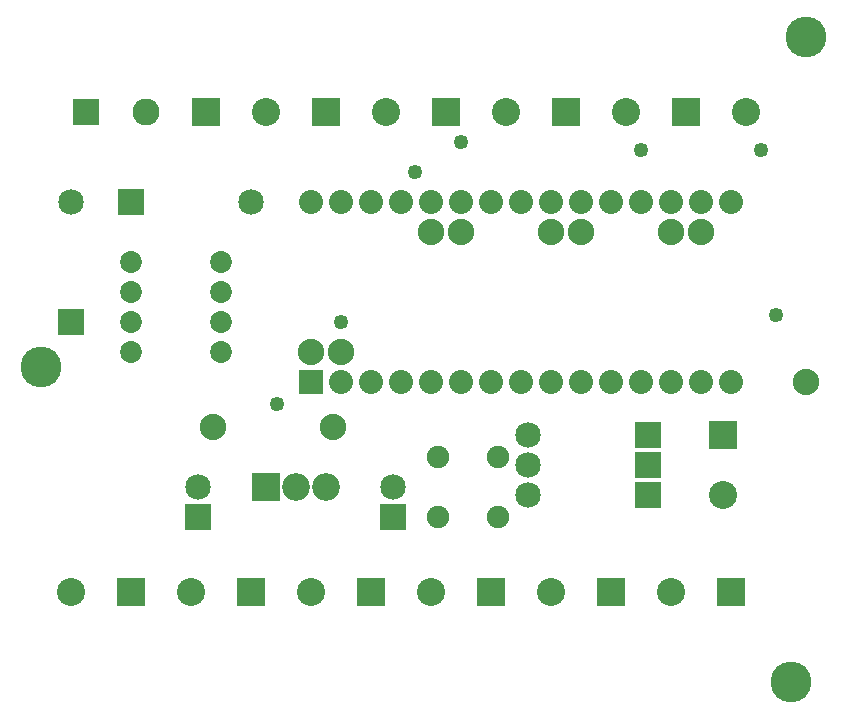
<source format=gts>
G04 MADE WITH FRITZING*
G04 WWW.FRITZING.ORG*
G04 DOUBLE SIDED*
G04 HOLES PLATED*
G04 CONTOUR ON CENTER OF CONTOUR VECTOR*
%ASAXBY*%
%FSLAX23Y23*%
%MOIN*%
%OFA0B0*%
%SFA1.0B1.0*%
%ADD10C,0.049370*%
%ADD11C,0.088000*%
%ADD12C,0.075418*%
%ADD13C,0.080000*%
%ADD14C,0.073000*%
%ADD15C,0.085000*%
%ADD16C,0.092000*%
%ADD17C,0.135984*%
%ADD18C,0.090000*%
%ADD19C,0.093307*%
%ADD20R,0.080000X0.079972*%
%ADD21R,0.085000X0.085000*%
%ADD22R,0.092000X0.092000*%
%ADD23R,0.090000X0.090000*%
%ADD24R,0.093307X0.093307*%
%LNMASK1*%
G90*
G70*
G54D10*
X2506Y1924D03*
X2557Y1376D03*
X2106Y1924D03*
X894Y1077D03*
G54D11*
X1106Y1250D03*
X1006Y1250D03*
X1506Y1650D03*
X1406Y1650D03*
X1906Y1650D03*
X1806Y1650D03*
X2306Y1650D03*
X2206Y1650D03*
X2656Y1150D03*
G54D12*
X1631Y900D03*
X1631Y700D03*
X1431Y900D03*
X1431Y700D03*
G54D13*
X1006Y1150D03*
X1106Y1150D03*
X1206Y1150D03*
X1306Y1150D03*
X1406Y1150D03*
X1506Y1150D03*
X1606Y1150D03*
X1706Y1150D03*
X1806Y1150D03*
X1906Y1150D03*
X2006Y1150D03*
X2106Y1150D03*
X2206Y1150D03*
X2306Y1150D03*
X2406Y1150D03*
X1006Y1750D03*
X1106Y1750D03*
X1206Y1750D03*
X1306Y1750D03*
X1406Y1750D03*
X1506Y1750D03*
X1606Y1750D03*
X1706Y1750D03*
X1806Y1750D03*
X1906Y1750D03*
X2006Y1750D03*
X2106Y1750D03*
X2206Y1750D03*
X2306Y1750D03*
X2406Y1750D03*
G54D14*
X706Y1250D03*
X706Y1350D03*
X706Y1450D03*
X706Y1550D03*
X406Y1550D03*
X406Y1450D03*
X406Y1350D03*
X406Y1250D03*
X706Y1250D03*
X706Y1350D03*
X706Y1450D03*
X706Y1550D03*
X406Y1550D03*
X406Y1450D03*
X406Y1350D03*
X406Y1250D03*
G54D15*
X206Y1350D03*
X206Y1750D03*
X406Y1750D03*
X806Y1750D03*
G54D16*
X856Y800D03*
X956Y800D03*
X1056Y800D03*
G54D15*
X1281Y700D03*
X1281Y800D03*
X631Y700D03*
X631Y800D03*
G54D10*
X1106Y1350D03*
G54D15*
X2131Y775D03*
X1731Y775D03*
X2131Y975D03*
X1731Y975D03*
X2131Y875D03*
X1731Y875D03*
G54D17*
X106Y1200D03*
X2606Y150D03*
X2656Y2300D03*
G54D10*
X1354Y1850D03*
X1506Y1950D03*
G54D11*
X1081Y1000D03*
X681Y1000D03*
X1081Y1000D03*
X681Y1000D03*
G54D18*
X256Y2050D03*
X456Y2050D03*
G54D19*
X656Y2050D03*
X856Y2050D03*
X1056Y2050D03*
X1256Y2050D03*
X1456Y2050D03*
X1656Y2050D03*
X1856Y2050D03*
X2056Y2050D03*
X2256Y2050D03*
X2456Y2050D03*
X406Y450D03*
X206Y450D03*
X806Y450D03*
X606Y450D03*
X1206Y450D03*
X1006Y450D03*
X2006Y450D03*
X1806Y450D03*
X2406Y450D03*
X2206Y450D03*
X2381Y975D03*
X2381Y775D03*
X1606Y450D03*
X1406Y450D03*
G54D20*
X1006Y1150D03*
G54D21*
X206Y1350D03*
X406Y1750D03*
G54D22*
X856Y800D03*
G54D21*
X1281Y700D03*
X631Y700D03*
X2131Y775D03*
X2131Y975D03*
X2131Y875D03*
G54D23*
X256Y2050D03*
G54D24*
X656Y2050D03*
X1056Y2050D03*
X1456Y2050D03*
X1856Y2050D03*
X2256Y2050D03*
X406Y450D03*
X806Y450D03*
X1206Y450D03*
X2006Y450D03*
X2406Y450D03*
X2381Y975D03*
X1606Y450D03*
G04 End of Mask1*
M02*
</source>
